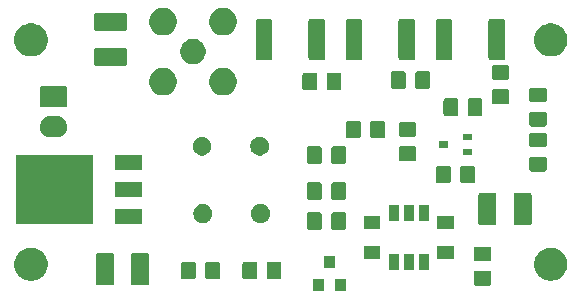
<source format=gbr>
G04 #@! TF.GenerationSoftware,KiCad,Pcbnew,(5.0.2)-1*
G04 #@! TF.CreationDate,2018-12-31T21:56:22+00:00*
G04 #@! TF.ProjectId,D75F_Board,44373546-5f42-46f6-9172-642e6b696361,rev?*
G04 #@! TF.SameCoordinates,Original*
G04 #@! TF.FileFunction,Soldermask,Top*
G04 #@! TF.FilePolarity,Negative*
%FSLAX46Y46*%
G04 Gerber Fmt 4.6, Leading zero omitted, Abs format (unit mm)*
G04 Created by KiCad (PCBNEW (5.0.2)-1) date 31/12/2018 21:56:22*
%MOMM*%
%LPD*%
G01*
G04 APERTURE LIST*
%ADD10C,0.100000*%
G04 APERTURE END LIST*
D10*
G36*
X145673000Y-98783000D02*
X144771000Y-98783000D01*
X144771000Y-97781000D01*
X145673000Y-97781000D01*
X145673000Y-98783000D01*
X145673000Y-98783000D01*
G37*
G36*
X143773000Y-98783000D02*
X142871000Y-98783000D01*
X142871000Y-97781000D01*
X143773000Y-97781000D01*
X143773000Y-98783000D01*
X143773000Y-98783000D01*
G37*
G36*
X157814677Y-97050465D02*
X157852364Y-97061898D01*
X157887103Y-97080466D01*
X157917548Y-97105452D01*
X157942534Y-97135897D01*
X157961102Y-97170636D01*
X157972535Y-97208323D01*
X157977000Y-97253661D01*
X157977000Y-98090339D01*
X157972535Y-98135677D01*
X157961102Y-98173364D01*
X157942534Y-98208103D01*
X157917548Y-98238548D01*
X157887103Y-98263534D01*
X157852364Y-98282102D01*
X157814677Y-98293535D01*
X157769339Y-98298000D01*
X156682661Y-98298000D01*
X156637323Y-98293535D01*
X156599636Y-98282102D01*
X156564897Y-98263534D01*
X156534452Y-98238548D01*
X156509466Y-98208103D01*
X156490898Y-98173364D01*
X156479465Y-98135677D01*
X156475000Y-98090339D01*
X156475000Y-97253661D01*
X156479465Y-97208323D01*
X156490898Y-97170636D01*
X156509466Y-97135897D01*
X156534452Y-97105452D01*
X156564897Y-97080466D01*
X156599636Y-97061898D01*
X156637323Y-97050465D01*
X156682661Y-97046000D01*
X157769339Y-97046000D01*
X157814677Y-97050465D01*
X157814677Y-97050465D01*
G37*
G36*
X128846562Y-95529181D02*
X128881477Y-95539773D01*
X128913665Y-95556978D01*
X128941873Y-95580127D01*
X128965022Y-95608335D01*
X128982227Y-95640523D01*
X128992819Y-95675438D01*
X128997000Y-95717895D01*
X128997000Y-98084105D01*
X128992819Y-98126562D01*
X128982227Y-98161477D01*
X128965022Y-98193665D01*
X128941873Y-98221873D01*
X128913665Y-98245022D01*
X128881477Y-98262227D01*
X128846562Y-98272819D01*
X128804105Y-98277000D01*
X127662895Y-98277000D01*
X127620438Y-98272819D01*
X127585523Y-98262227D01*
X127553335Y-98245022D01*
X127525127Y-98221873D01*
X127501978Y-98193665D01*
X127484773Y-98161477D01*
X127474181Y-98126562D01*
X127470000Y-98084105D01*
X127470000Y-95717895D01*
X127474181Y-95675438D01*
X127484773Y-95640523D01*
X127501978Y-95608335D01*
X127525127Y-95580127D01*
X127553335Y-95556978D01*
X127585523Y-95539773D01*
X127620438Y-95529181D01*
X127662895Y-95525000D01*
X128804105Y-95525000D01*
X128846562Y-95529181D01*
X128846562Y-95529181D01*
G37*
G36*
X125871562Y-95529181D02*
X125906477Y-95539773D01*
X125938665Y-95556978D01*
X125966873Y-95580127D01*
X125990022Y-95608335D01*
X126007227Y-95640523D01*
X126017819Y-95675438D01*
X126022000Y-95717895D01*
X126022000Y-98084105D01*
X126017819Y-98126562D01*
X126007227Y-98161477D01*
X125990022Y-98193665D01*
X125966873Y-98221873D01*
X125938665Y-98245022D01*
X125906477Y-98262227D01*
X125871562Y-98272819D01*
X125829105Y-98277000D01*
X124687895Y-98277000D01*
X124645438Y-98272819D01*
X124610523Y-98262227D01*
X124578335Y-98245022D01*
X124550127Y-98221873D01*
X124526978Y-98193665D01*
X124509773Y-98161477D01*
X124499181Y-98126562D01*
X124495000Y-98084105D01*
X124495000Y-95717895D01*
X124499181Y-95675438D01*
X124509773Y-95640523D01*
X124526978Y-95608335D01*
X124550127Y-95580127D01*
X124578335Y-95556978D01*
X124610523Y-95539773D01*
X124645438Y-95529181D01*
X124687895Y-95525000D01*
X125829105Y-95525000D01*
X125871562Y-95529181D01*
X125871562Y-95529181D01*
G37*
G36*
X163318433Y-95134893D02*
X163408657Y-95152839D01*
X163514267Y-95196585D01*
X163663621Y-95258449D01*
X163893089Y-95411774D01*
X164088226Y-95606911D01*
X164241551Y-95836379D01*
X164299312Y-95975827D01*
X164319681Y-96025000D01*
X164347161Y-96091344D01*
X164401000Y-96362012D01*
X164401000Y-96637988D01*
X164347161Y-96908656D01*
X164241551Y-97163621D01*
X164088226Y-97393089D01*
X163893089Y-97588226D01*
X163663621Y-97741551D01*
X163514267Y-97803415D01*
X163408657Y-97847161D01*
X163318433Y-97865107D01*
X163137988Y-97901000D01*
X162862012Y-97901000D01*
X162681567Y-97865107D01*
X162591343Y-97847161D01*
X162485733Y-97803415D01*
X162336379Y-97741551D01*
X162106911Y-97588226D01*
X161911774Y-97393089D01*
X161758449Y-97163621D01*
X161652839Y-96908656D01*
X161599000Y-96637988D01*
X161599000Y-96362012D01*
X161652839Y-96091344D01*
X161680320Y-96025000D01*
X161700688Y-95975827D01*
X161758449Y-95836379D01*
X161911774Y-95606911D01*
X162106911Y-95411774D01*
X162336379Y-95258449D01*
X162485733Y-95196585D01*
X162591343Y-95152839D01*
X162681567Y-95134893D01*
X162862012Y-95099000D01*
X163137988Y-95099000D01*
X163318433Y-95134893D01*
X163318433Y-95134893D01*
G37*
G36*
X119318433Y-95134893D02*
X119408657Y-95152839D01*
X119514267Y-95196585D01*
X119663621Y-95258449D01*
X119893089Y-95411774D01*
X120088226Y-95606911D01*
X120241551Y-95836379D01*
X120299312Y-95975827D01*
X120319681Y-96025000D01*
X120347161Y-96091344D01*
X120401000Y-96362012D01*
X120401000Y-96637988D01*
X120347161Y-96908656D01*
X120241551Y-97163621D01*
X120088226Y-97393089D01*
X119893089Y-97588226D01*
X119663621Y-97741551D01*
X119514267Y-97803415D01*
X119408657Y-97847161D01*
X119318433Y-97865107D01*
X119137988Y-97901000D01*
X118862012Y-97901000D01*
X118681567Y-97865107D01*
X118591343Y-97847161D01*
X118485733Y-97803415D01*
X118336379Y-97741551D01*
X118106911Y-97588226D01*
X117911774Y-97393089D01*
X117758449Y-97163621D01*
X117652839Y-96908656D01*
X117599000Y-96637988D01*
X117599000Y-96362012D01*
X117652839Y-96091344D01*
X117680320Y-96025000D01*
X117700688Y-95975827D01*
X117758449Y-95836379D01*
X117911774Y-95606911D01*
X118106911Y-95411774D01*
X118336379Y-95258449D01*
X118485733Y-95196585D01*
X118591343Y-95152839D01*
X118681567Y-95134893D01*
X118862012Y-95099000D01*
X119137988Y-95099000D01*
X119318433Y-95134893D01*
X119318433Y-95134893D01*
G37*
G36*
X137995677Y-96281465D02*
X138033364Y-96292898D01*
X138068103Y-96311466D01*
X138098548Y-96336452D01*
X138123534Y-96366897D01*
X138142102Y-96401636D01*
X138153535Y-96439323D01*
X138158000Y-96484661D01*
X138158000Y-97571339D01*
X138153535Y-97616677D01*
X138142102Y-97654364D01*
X138123534Y-97689103D01*
X138098548Y-97719548D01*
X138068103Y-97744534D01*
X138033364Y-97763102D01*
X137995677Y-97774535D01*
X137950339Y-97779000D01*
X137113661Y-97779000D01*
X137068323Y-97774535D01*
X137030636Y-97763102D01*
X136995897Y-97744534D01*
X136965452Y-97719548D01*
X136940466Y-97689103D01*
X136921898Y-97654364D01*
X136910465Y-97616677D01*
X136906000Y-97571339D01*
X136906000Y-96484661D01*
X136910465Y-96439323D01*
X136921898Y-96401636D01*
X136940466Y-96366897D01*
X136965452Y-96336452D01*
X136995897Y-96311466D01*
X137030636Y-96292898D01*
X137068323Y-96281465D01*
X137113661Y-96277000D01*
X137950339Y-96277000D01*
X137995677Y-96281465D01*
X137995677Y-96281465D01*
G37*
G36*
X140045677Y-96281465D02*
X140083364Y-96292898D01*
X140118103Y-96311466D01*
X140148548Y-96336452D01*
X140173534Y-96366897D01*
X140192102Y-96401636D01*
X140203535Y-96439323D01*
X140208000Y-96484661D01*
X140208000Y-97571339D01*
X140203535Y-97616677D01*
X140192102Y-97654364D01*
X140173534Y-97689103D01*
X140148548Y-97719548D01*
X140118103Y-97744534D01*
X140083364Y-97763102D01*
X140045677Y-97774535D01*
X140000339Y-97779000D01*
X139163661Y-97779000D01*
X139118323Y-97774535D01*
X139080636Y-97763102D01*
X139045897Y-97744534D01*
X139015452Y-97719548D01*
X138990466Y-97689103D01*
X138971898Y-97654364D01*
X138960465Y-97616677D01*
X138956000Y-97571339D01*
X138956000Y-96484661D01*
X138960465Y-96439323D01*
X138971898Y-96401636D01*
X138990466Y-96366897D01*
X139015452Y-96336452D01*
X139045897Y-96311466D01*
X139080636Y-96292898D01*
X139118323Y-96281465D01*
X139163661Y-96277000D01*
X140000339Y-96277000D01*
X140045677Y-96281465D01*
X140045677Y-96281465D01*
G37*
G36*
X134838677Y-96281465D02*
X134876364Y-96292898D01*
X134911103Y-96311466D01*
X134941548Y-96336452D01*
X134966534Y-96366897D01*
X134985102Y-96401636D01*
X134996535Y-96439323D01*
X135001000Y-96484661D01*
X135001000Y-97571339D01*
X134996535Y-97616677D01*
X134985102Y-97654364D01*
X134966534Y-97689103D01*
X134941548Y-97719548D01*
X134911103Y-97744534D01*
X134876364Y-97763102D01*
X134838677Y-97774535D01*
X134793339Y-97779000D01*
X133956661Y-97779000D01*
X133911323Y-97774535D01*
X133873636Y-97763102D01*
X133838897Y-97744534D01*
X133808452Y-97719548D01*
X133783466Y-97689103D01*
X133764898Y-97654364D01*
X133753465Y-97616677D01*
X133749000Y-97571339D01*
X133749000Y-96484661D01*
X133753465Y-96439323D01*
X133764898Y-96401636D01*
X133783466Y-96366897D01*
X133808452Y-96336452D01*
X133838897Y-96311466D01*
X133873636Y-96292898D01*
X133911323Y-96281465D01*
X133956661Y-96277000D01*
X134793339Y-96277000D01*
X134838677Y-96281465D01*
X134838677Y-96281465D01*
G37*
G36*
X132788677Y-96281465D02*
X132826364Y-96292898D01*
X132861103Y-96311466D01*
X132891548Y-96336452D01*
X132916534Y-96366897D01*
X132935102Y-96401636D01*
X132946535Y-96439323D01*
X132951000Y-96484661D01*
X132951000Y-97571339D01*
X132946535Y-97616677D01*
X132935102Y-97654364D01*
X132916534Y-97689103D01*
X132891548Y-97719548D01*
X132861103Y-97744534D01*
X132826364Y-97763102D01*
X132788677Y-97774535D01*
X132743339Y-97779000D01*
X131906661Y-97779000D01*
X131861323Y-97774535D01*
X131823636Y-97763102D01*
X131788897Y-97744534D01*
X131758452Y-97719548D01*
X131733466Y-97689103D01*
X131714898Y-97654364D01*
X131703465Y-97616677D01*
X131699000Y-97571339D01*
X131699000Y-96484661D01*
X131703465Y-96439323D01*
X131714898Y-96401636D01*
X131733466Y-96366897D01*
X131758452Y-96336452D01*
X131788897Y-96311466D01*
X131823636Y-96292898D01*
X131861323Y-96281465D01*
X131906661Y-96277000D01*
X132743339Y-96277000D01*
X132788677Y-96281465D01*
X132788677Y-96281465D01*
G37*
G36*
X150164000Y-97015000D02*
X149302000Y-97015000D01*
X149302000Y-95633000D01*
X150164000Y-95633000D01*
X150164000Y-97015000D01*
X150164000Y-97015000D01*
G37*
G36*
X151434000Y-97015000D02*
X150572000Y-97015000D01*
X150572000Y-95633000D01*
X151434000Y-95633000D01*
X151434000Y-97015000D01*
X151434000Y-97015000D01*
G37*
G36*
X152704000Y-97015000D02*
X151842000Y-97015000D01*
X151842000Y-95633000D01*
X152704000Y-95633000D01*
X152704000Y-97015000D01*
X152704000Y-97015000D01*
G37*
G36*
X144723000Y-96783000D02*
X143821000Y-96783000D01*
X143821000Y-95781000D01*
X144723000Y-95781000D01*
X144723000Y-96783000D01*
X144723000Y-96783000D01*
G37*
G36*
X157814677Y-95000465D02*
X157852364Y-95011898D01*
X157887103Y-95030466D01*
X157917548Y-95055452D01*
X157942534Y-95085897D01*
X157961102Y-95120636D01*
X157972535Y-95158323D01*
X157977000Y-95203661D01*
X157977000Y-96040339D01*
X157972535Y-96085677D01*
X157961102Y-96123364D01*
X157942534Y-96158103D01*
X157917548Y-96188548D01*
X157887103Y-96213534D01*
X157852364Y-96232102D01*
X157814677Y-96243535D01*
X157769339Y-96248000D01*
X156682661Y-96248000D01*
X156637323Y-96243535D01*
X156599636Y-96232102D01*
X156564897Y-96213534D01*
X156534452Y-96188548D01*
X156509466Y-96158103D01*
X156490898Y-96123364D01*
X156479465Y-96085677D01*
X156475000Y-96040339D01*
X156475000Y-95203661D01*
X156479465Y-95158323D01*
X156490898Y-95120636D01*
X156509466Y-95085897D01*
X156534452Y-95055452D01*
X156564897Y-95030466D01*
X156599636Y-95011898D01*
X156637323Y-95000465D01*
X156682661Y-94996000D01*
X157769339Y-94996000D01*
X157814677Y-95000465D01*
X157814677Y-95000465D01*
G37*
G36*
X154799000Y-96025000D02*
X153417000Y-96025000D01*
X153417000Y-94983000D01*
X154799000Y-94983000D01*
X154799000Y-96025000D01*
X154799000Y-96025000D01*
G37*
G36*
X148589000Y-96025000D02*
X147207000Y-96025000D01*
X147207000Y-94983000D01*
X148589000Y-94983000D01*
X148589000Y-96025000D01*
X148589000Y-96025000D01*
G37*
G36*
X145506677Y-92090465D02*
X145544364Y-92101898D01*
X145579103Y-92120466D01*
X145609548Y-92145452D01*
X145634534Y-92175897D01*
X145653102Y-92210636D01*
X145664535Y-92248323D01*
X145669000Y-92293661D01*
X145669000Y-93380339D01*
X145664535Y-93425677D01*
X145653102Y-93463364D01*
X145634534Y-93498103D01*
X145609548Y-93528548D01*
X145579103Y-93553534D01*
X145544364Y-93572102D01*
X145506677Y-93583535D01*
X145461339Y-93588000D01*
X144624661Y-93588000D01*
X144579323Y-93583535D01*
X144541636Y-93572102D01*
X144506897Y-93553534D01*
X144476452Y-93528548D01*
X144451466Y-93498103D01*
X144432898Y-93463364D01*
X144421465Y-93425677D01*
X144417000Y-93380339D01*
X144417000Y-92293661D01*
X144421465Y-92248323D01*
X144432898Y-92210636D01*
X144451466Y-92175897D01*
X144476452Y-92145452D01*
X144506897Y-92120466D01*
X144541636Y-92101898D01*
X144579323Y-92090465D01*
X144624661Y-92086000D01*
X145461339Y-92086000D01*
X145506677Y-92090465D01*
X145506677Y-92090465D01*
G37*
G36*
X143456677Y-92090465D02*
X143494364Y-92101898D01*
X143529103Y-92120466D01*
X143559548Y-92145452D01*
X143584534Y-92175897D01*
X143603102Y-92210636D01*
X143614535Y-92248323D01*
X143619000Y-92293661D01*
X143619000Y-93380339D01*
X143614535Y-93425677D01*
X143603102Y-93463364D01*
X143584534Y-93498103D01*
X143559548Y-93528548D01*
X143529103Y-93553534D01*
X143494364Y-93572102D01*
X143456677Y-93583535D01*
X143411339Y-93588000D01*
X142574661Y-93588000D01*
X142529323Y-93583535D01*
X142491636Y-93572102D01*
X142456897Y-93553534D01*
X142426452Y-93528548D01*
X142401466Y-93498103D01*
X142382898Y-93463364D01*
X142371465Y-93425677D01*
X142367000Y-93380339D01*
X142367000Y-92293661D01*
X142371465Y-92248323D01*
X142382898Y-92210636D01*
X142401466Y-92175897D01*
X142426452Y-92145452D01*
X142456897Y-92120466D01*
X142491636Y-92101898D01*
X142529323Y-92090465D01*
X142574661Y-92086000D01*
X143411339Y-92086000D01*
X143456677Y-92090465D01*
X143456677Y-92090465D01*
G37*
G36*
X148589000Y-93485000D02*
X147207000Y-93485000D01*
X147207000Y-92443000D01*
X148589000Y-92443000D01*
X148589000Y-93485000D01*
X148589000Y-93485000D01*
G37*
G36*
X154799000Y-93485000D02*
X153417000Y-93485000D01*
X153417000Y-92443000D01*
X154799000Y-92443000D01*
X154799000Y-93485000D01*
X154799000Y-93485000D01*
G37*
G36*
X158256562Y-90449181D02*
X158291477Y-90459773D01*
X158323665Y-90476978D01*
X158351873Y-90500127D01*
X158375022Y-90528335D01*
X158392227Y-90560523D01*
X158402819Y-90595438D01*
X158407000Y-90637895D01*
X158407000Y-93004105D01*
X158402819Y-93046562D01*
X158392227Y-93081477D01*
X158375022Y-93113665D01*
X158351873Y-93141873D01*
X158323665Y-93165022D01*
X158291477Y-93182227D01*
X158256562Y-93192819D01*
X158214105Y-93197000D01*
X157072895Y-93197000D01*
X157030438Y-93192819D01*
X156995523Y-93182227D01*
X156963335Y-93165022D01*
X156935127Y-93141873D01*
X156911978Y-93113665D01*
X156894773Y-93081477D01*
X156884181Y-93046562D01*
X156880000Y-93004105D01*
X156880000Y-90637895D01*
X156884181Y-90595438D01*
X156894773Y-90560523D01*
X156911978Y-90528335D01*
X156935127Y-90500127D01*
X156963335Y-90476978D01*
X156995523Y-90459773D01*
X157030438Y-90449181D01*
X157072895Y-90445000D01*
X158214105Y-90445000D01*
X158256562Y-90449181D01*
X158256562Y-90449181D01*
G37*
G36*
X161231562Y-90449181D02*
X161266477Y-90459773D01*
X161298665Y-90476978D01*
X161326873Y-90500127D01*
X161350022Y-90528335D01*
X161367227Y-90560523D01*
X161377819Y-90595438D01*
X161382000Y-90637895D01*
X161382000Y-93004105D01*
X161377819Y-93046562D01*
X161367227Y-93081477D01*
X161350022Y-93113665D01*
X161326873Y-93141873D01*
X161298665Y-93165022D01*
X161266477Y-93182227D01*
X161231562Y-93192819D01*
X161189105Y-93197000D01*
X160047895Y-93197000D01*
X160005438Y-93192819D01*
X159970523Y-93182227D01*
X159938335Y-93165022D01*
X159910127Y-93141873D01*
X159886978Y-93113665D01*
X159869773Y-93081477D01*
X159859181Y-93046562D01*
X159855000Y-93004105D01*
X159855000Y-90637895D01*
X159859181Y-90595438D01*
X159869773Y-90560523D01*
X159886978Y-90528335D01*
X159910127Y-90500127D01*
X159938335Y-90476978D01*
X159970523Y-90459773D01*
X160005438Y-90449181D01*
X160047895Y-90445000D01*
X161189105Y-90445000D01*
X161231562Y-90449181D01*
X161231562Y-90449181D01*
G37*
G36*
X124214000Y-93121000D02*
X117712000Y-93121000D01*
X117712000Y-87219000D01*
X124214000Y-87219000D01*
X124214000Y-93121000D01*
X124214000Y-93121000D01*
G37*
G36*
X128414000Y-93101000D02*
X126112000Y-93101000D01*
X126112000Y-91799000D01*
X128414000Y-91799000D01*
X128414000Y-93101000D01*
X128414000Y-93101000D01*
G37*
G36*
X133783643Y-91431781D02*
X133929415Y-91492162D01*
X134060611Y-91579824D01*
X134172176Y-91691389D01*
X134259838Y-91822585D01*
X134320219Y-91968357D01*
X134351000Y-92123107D01*
X134351000Y-92280893D01*
X134320219Y-92435643D01*
X134259838Y-92581415D01*
X134172176Y-92712611D01*
X134060611Y-92824176D01*
X133929415Y-92911838D01*
X133783643Y-92972219D01*
X133628893Y-93003000D01*
X133471107Y-93003000D01*
X133316357Y-92972219D01*
X133170585Y-92911838D01*
X133039389Y-92824176D01*
X132927824Y-92712611D01*
X132840162Y-92581415D01*
X132779781Y-92435643D01*
X132749000Y-92280893D01*
X132749000Y-92123107D01*
X132779781Y-91968357D01*
X132840162Y-91822585D01*
X132927824Y-91691389D01*
X133039389Y-91579824D01*
X133170585Y-91492162D01*
X133316357Y-91431781D01*
X133471107Y-91401000D01*
X133628893Y-91401000D01*
X133783643Y-91431781D01*
X133783643Y-91431781D01*
G37*
G36*
X138663643Y-91431781D02*
X138809415Y-91492162D01*
X138940611Y-91579824D01*
X139052176Y-91691389D01*
X139139838Y-91822585D01*
X139200219Y-91968357D01*
X139231000Y-92123107D01*
X139231000Y-92280893D01*
X139200219Y-92435643D01*
X139139838Y-92581415D01*
X139052176Y-92712611D01*
X138940611Y-92824176D01*
X138809415Y-92911838D01*
X138663643Y-92972219D01*
X138508893Y-93003000D01*
X138351107Y-93003000D01*
X138196357Y-92972219D01*
X138050585Y-92911838D01*
X137919389Y-92824176D01*
X137807824Y-92712611D01*
X137720162Y-92581415D01*
X137659781Y-92435643D01*
X137629000Y-92280893D01*
X137629000Y-92123107D01*
X137659781Y-91968357D01*
X137720162Y-91822585D01*
X137807824Y-91691389D01*
X137919389Y-91579824D01*
X138050585Y-91492162D01*
X138196357Y-91431781D01*
X138351107Y-91401000D01*
X138508893Y-91401000D01*
X138663643Y-91431781D01*
X138663643Y-91431781D01*
G37*
G36*
X151434000Y-92835000D02*
X150572000Y-92835000D01*
X150572000Y-91453000D01*
X151434000Y-91453000D01*
X151434000Y-92835000D01*
X151434000Y-92835000D01*
G37*
G36*
X152704000Y-92835000D02*
X151842000Y-92835000D01*
X151842000Y-91453000D01*
X152704000Y-91453000D01*
X152704000Y-92835000D01*
X152704000Y-92835000D01*
G37*
G36*
X150164000Y-92835000D02*
X149302000Y-92835000D01*
X149302000Y-91453000D01*
X150164000Y-91453000D01*
X150164000Y-92835000D01*
X150164000Y-92835000D01*
G37*
G36*
X143456677Y-89550465D02*
X143494364Y-89561898D01*
X143529103Y-89580466D01*
X143559548Y-89605452D01*
X143584534Y-89635897D01*
X143603102Y-89670636D01*
X143614535Y-89708323D01*
X143619000Y-89753661D01*
X143619000Y-90840339D01*
X143614535Y-90885677D01*
X143603102Y-90923364D01*
X143584534Y-90958103D01*
X143559548Y-90988548D01*
X143529103Y-91013534D01*
X143494364Y-91032102D01*
X143456677Y-91043535D01*
X143411339Y-91048000D01*
X142574661Y-91048000D01*
X142529323Y-91043535D01*
X142491636Y-91032102D01*
X142456897Y-91013534D01*
X142426452Y-90988548D01*
X142401466Y-90958103D01*
X142382898Y-90923364D01*
X142371465Y-90885677D01*
X142367000Y-90840339D01*
X142367000Y-89753661D01*
X142371465Y-89708323D01*
X142382898Y-89670636D01*
X142401466Y-89635897D01*
X142426452Y-89605452D01*
X142456897Y-89580466D01*
X142491636Y-89561898D01*
X142529323Y-89550465D01*
X142574661Y-89546000D01*
X143411339Y-89546000D01*
X143456677Y-89550465D01*
X143456677Y-89550465D01*
G37*
G36*
X145506677Y-89550465D02*
X145544364Y-89561898D01*
X145579103Y-89580466D01*
X145609548Y-89605452D01*
X145634534Y-89635897D01*
X145653102Y-89670636D01*
X145664535Y-89708323D01*
X145669000Y-89753661D01*
X145669000Y-90840339D01*
X145664535Y-90885677D01*
X145653102Y-90923364D01*
X145634534Y-90958103D01*
X145609548Y-90988548D01*
X145579103Y-91013534D01*
X145544364Y-91032102D01*
X145506677Y-91043535D01*
X145461339Y-91048000D01*
X144624661Y-91048000D01*
X144579323Y-91043535D01*
X144541636Y-91032102D01*
X144506897Y-91013534D01*
X144476452Y-90988548D01*
X144451466Y-90958103D01*
X144432898Y-90923364D01*
X144421465Y-90885677D01*
X144417000Y-90840339D01*
X144417000Y-89753661D01*
X144421465Y-89708323D01*
X144432898Y-89670636D01*
X144451466Y-89635897D01*
X144476452Y-89605452D01*
X144506897Y-89580466D01*
X144541636Y-89561898D01*
X144579323Y-89550465D01*
X144624661Y-89546000D01*
X145461339Y-89546000D01*
X145506677Y-89550465D01*
X145506677Y-89550465D01*
G37*
G36*
X128414000Y-90821000D02*
X126112000Y-90821000D01*
X126112000Y-89519000D01*
X128414000Y-89519000D01*
X128414000Y-90821000D01*
X128414000Y-90821000D01*
G37*
G36*
X154378677Y-88153465D02*
X154416364Y-88164898D01*
X154451103Y-88183466D01*
X154481548Y-88208452D01*
X154506534Y-88238897D01*
X154525102Y-88273636D01*
X154536535Y-88311323D01*
X154541000Y-88356661D01*
X154541000Y-89443339D01*
X154536535Y-89488677D01*
X154525102Y-89526364D01*
X154506534Y-89561103D01*
X154481548Y-89591548D01*
X154451103Y-89616534D01*
X154416364Y-89635102D01*
X154378677Y-89646535D01*
X154333339Y-89651000D01*
X153496661Y-89651000D01*
X153451323Y-89646535D01*
X153413636Y-89635102D01*
X153378897Y-89616534D01*
X153348452Y-89591548D01*
X153323466Y-89561103D01*
X153304898Y-89526364D01*
X153293465Y-89488677D01*
X153289000Y-89443339D01*
X153289000Y-88356661D01*
X153293465Y-88311323D01*
X153304898Y-88273636D01*
X153323466Y-88238897D01*
X153348452Y-88208452D01*
X153378897Y-88183466D01*
X153413636Y-88164898D01*
X153451323Y-88153465D01*
X153496661Y-88149000D01*
X154333339Y-88149000D01*
X154378677Y-88153465D01*
X154378677Y-88153465D01*
G37*
G36*
X156428677Y-88153465D02*
X156466364Y-88164898D01*
X156501103Y-88183466D01*
X156531548Y-88208452D01*
X156556534Y-88238897D01*
X156575102Y-88273636D01*
X156586535Y-88311323D01*
X156591000Y-88356661D01*
X156591000Y-89443339D01*
X156586535Y-89488677D01*
X156575102Y-89526364D01*
X156556534Y-89561103D01*
X156531548Y-89591548D01*
X156501103Y-89616534D01*
X156466364Y-89635102D01*
X156428677Y-89646535D01*
X156383339Y-89651000D01*
X155546661Y-89651000D01*
X155501323Y-89646535D01*
X155463636Y-89635102D01*
X155428897Y-89616534D01*
X155398452Y-89591548D01*
X155373466Y-89561103D01*
X155354898Y-89526364D01*
X155343465Y-89488677D01*
X155339000Y-89443339D01*
X155339000Y-88356661D01*
X155343465Y-88311323D01*
X155354898Y-88273636D01*
X155373466Y-88238897D01*
X155398452Y-88208452D01*
X155428897Y-88183466D01*
X155463636Y-88164898D01*
X155501323Y-88153465D01*
X155546661Y-88149000D01*
X156383339Y-88149000D01*
X156428677Y-88153465D01*
X156428677Y-88153465D01*
G37*
G36*
X162513677Y-87398465D02*
X162551364Y-87409898D01*
X162586103Y-87428466D01*
X162616548Y-87453452D01*
X162641534Y-87483897D01*
X162660102Y-87518636D01*
X162671535Y-87556323D01*
X162676000Y-87601661D01*
X162676000Y-88438339D01*
X162671535Y-88483677D01*
X162660102Y-88521364D01*
X162641534Y-88556103D01*
X162616548Y-88586548D01*
X162586103Y-88611534D01*
X162551364Y-88630102D01*
X162513677Y-88641535D01*
X162468339Y-88646000D01*
X161381661Y-88646000D01*
X161336323Y-88641535D01*
X161298636Y-88630102D01*
X161263897Y-88611534D01*
X161233452Y-88586548D01*
X161208466Y-88556103D01*
X161189898Y-88521364D01*
X161178465Y-88483677D01*
X161174000Y-88438339D01*
X161174000Y-87601661D01*
X161178465Y-87556323D01*
X161189898Y-87518636D01*
X161208466Y-87483897D01*
X161233452Y-87453452D01*
X161263897Y-87428466D01*
X161298636Y-87409898D01*
X161336323Y-87398465D01*
X161381661Y-87394000D01*
X162468339Y-87394000D01*
X162513677Y-87398465D01*
X162513677Y-87398465D01*
G37*
G36*
X128414000Y-88541000D02*
X126112000Y-88541000D01*
X126112000Y-87239000D01*
X128414000Y-87239000D01*
X128414000Y-88541000D01*
X128414000Y-88541000D01*
G37*
G36*
X145506677Y-86502465D02*
X145544364Y-86513898D01*
X145579103Y-86532466D01*
X145609548Y-86557452D01*
X145634534Y-86587897D01*
X145653102Y-86622636D01*
X145664535Y-86660323D01*
X145669000Y-86705661D01*
X145669000Y-87792339D01*
X145664535Y-87837677D01*
X145653102Y-87875364D01*
X145634534Y-87910103D01*
X145609548Y-87940548D01*
X145579103Y-87965534D01*
X145544364Y-87984102D01*
X145506677Y-87995535D01*
X145461339Y-88000000D01*
X144624661Y-88000000D01*
X144579323Y-87995535D01*
X144541636Y-87984102D01*
X144506897Y-87965534D01*
X144476452Y-87940548D01*
X144451466Y-87910103D01*
X144432898Y-87875364D01*
X144421465Y-87837677D01*
X144417000Y-87792339D01*
X144417000Y-86705661D01*
X144421465Y-86660323D01*
X144432898Y-86622636D01*
X144451466Y-86587897D01*
X144476452Y-86557452D01*
X144506897Y-86532466D01*
X144541636Y-86513898D01*
X144579323Y-86502465D01*
X144624661Y-86498000D01*
X145461339Y-86498000D01*
X145506677Y-86502465D01*
X145506677Y-86502465D01*
G37*
G36*
X143456677Y-86502465D02*
X143494364Y-86513898D01*
X143529103Y-86532466D01*
X143559548Y-86557452D01*
X143584534Y-86587897D01*
X143603102Y-86622636D01*
X143614535Y-86660323D01*
X143619000Y-86705661D01*
X143619000Y-87792339D01*
X143614535Y-87837677D01*
X143603102Y-87875364D01*
X143584534Y-87910103D01*
X143559548Y-87940548D01*
X143529103Y-87965534D01*
X143494364Y-87984102D01*
X143456677Y-87995535D01*
X143411339Y-88000000D01*
X142574661Y-88000000D01*
X142529323Y-87995535D01*
X142491636Y-87984102D01*
X142456897Y-87965534D01*
X142426452Y-87940548D01*
X142401466Y-87910103D01*
X142382898Y-87875364D01*
X142371465Y-87837677D01*
X142367000Y-87792339D01*
X142367000Y-86705661D01*
X142371465Y-86660323D01*
X142382898Y-86622636D01*
X142401466Y-86587897D01*
X142426452Y-86557452D01*
X142456897Y-86532466D01*
X142491636Y-86513898D01*
X142529323Y-86502465D01*
X142574661Y-86498000D01*
X143411339Y-86498000D01*
X143456677Y-86502465D01*
X143456677Y-86502465D01*
G37*
G36*
X151464677Y-86509465D02*
X151502364Y-86520898D01*
X151537103Y-86539466D01*
X151567548Y-86564452D01*
X151592534Y-86594897D01*
X151611102Y-86629636D01*
X151622535Y-86667323D01*
X151627000Y-86712661D01*
X151627000Y-87549339D01*
X151622535Y-87594677D01*
X151611102Y-87632364D01*
X151592534Y-87667103D01*
X151567548Y-87697548D01*
X151537103Y-87722534D01*
X151502364Y-87741102D01*
X151464677Y-87752535D01*
X151419339Y-87757000D01*
X150332661Y-87757000D01*
X150287323Y-87752535D01*
X150249636Y-87741102D01*
X150214897Y-87722534D01*
X150184452Y-87697548D01*
X150159466Y-87667103D01*
X150140898Y-87632364D01*
X150129465Y-87594677D01*
X150125000Y-87549339D01*
X150125000Y-86712661D01*
X150129465Y-86667323D01*
X150140898Y-86629636D01*
X150159466Y-86594897D01*
X150184452Y-86564452D01*
X150214897Y-86539466D01*
X150249636Y-86520898D01*
X150287323Y-86509465D01*
X150332661Y-86505000D01*
X151419339Y-86505000D01*
X151464677Y-86509465D01*
X151464677Y-86509465D01*
G37*
G36*
X138590643Y-85716781D02*
X138736415Y-85777162D01*
X138867611Y-85864824D01*
X138979176Y-85976389D01*
X139066838Y-86107585D01*
X139127219Y-86253357D01*
X139158000Y-86408107D01*
X139158000Y-86565893D01*
X139127219Y-86720643D01*
X139066838Y-86866415D01*
X138979176Y-86997611D01*
X138867611Y-87109176D01*
X138736415Y-87196838D01*
X138590643Y-87257219D01*
X138435893Y-87288000D01*
X138278107Y-87288000D01*
X138123357Y-87257219D01*
X137977585Y-87196838D01*
X137846389Y-87109176D01*
X137734824Y-86997611D01*
X137647162Y-86866415D01*
X137586781Y-86720643D01*
X137556000Y-86565893D01*
X137556000Y-86408107D01*
X137586781Y-86253357D01*
X137647162Y-86107585D01*
X137734824Y-85976389D01*
X137846389Y-85864824D01*
X137977585Y-85777162D01*
X138123357Y-85716781D01*
X138278107Y-85686000D01*
X138435893Y-85686000D01*
X138590643Y-85716781D01*
X138590643Y-85716781D01*
G37*
G36*
X133710643Y-85716781D02*
X133856415Y-85777162D01*
X133987611Y-85864824D01*
X134099176Y-85976389D01*
X134186838Y-86107585D01*
X134247219Y-86253357D01*
X134278000Y-86408107D01*
X134278000Y-86565893D01*
X134247219Y-86720643D01*
X134186838Y-86866415D01*
X134099176Y-86997611D01*
X133987611Y-87109176D01*
X133856415Y-87196838D01*
X133710643Y-87257219D01*
X133555893Y-87288000D01*
X133398107Y-87288000D01*
X133243357Y-87257219D01*
X133097585Y-87196838D01*
X132966389Y-87109176D01*
X132854824Y-86997611D01*
X132767162Y-86866415D01*
X132706781Y-86720643D01*
X132676000Y-86565893D01*
X132676000Y-86408107D01*
X132706781Y-86253357D01*
X132767162Y-86107585D01*
X132854824Y-85976389D01*
X132966389Y-85864824D01*
X133097585Y-85777162D01*
X133243357Y-85716781D01*
X133398107Y-85686000D01*
X133555893Y-85686000D01*
X133710643Y-85716781D01*
X133710643Y-85716781D01*
G37*
G36*
X156341000Y-87286000D02*
X155539000Y-87286000D01*
X155539000Y-86734000D01*
X156341000Y-86734000D01*
X156341000Y-87286000D01*
X156341000Y-87286000D01*
G37*
G36*
X154341000Y-86636000D02*
X153539000Y-86636000D01*
X153539000Y-86084000D01*
X154341000Y-86084000D01*
X154341000Y-86636000D01*
X154341000Y-86636000D01*
G37*
G36*
X162513677Y-85348465D02*
X162551364Y-85359898D01*
X162586103Y-85378466D01*
X162616548Y-85403452D01*
X162641534Y-85433897D01*
X162660102Y-85468636D01*
X162671535Y-85506323D01*
X162676000Y-85551661D01*
X162676000Y-86388339D01*
X162671535Y-86433677D01*
X162660102Y-86471364D01*
X162641534Y-86506103D01*
X162616548Y-86536548D01*
X162586103Y-86561534D01*
X162551364Y-86580102D01*
X162513677Y-86591535D01*
X162468339Y-86596000D01*
X161381661Y-86596000D01*
X161336323Y-86591535D01*
X161298636Y-86580102D01*
X161263897Y-86561534D01*
X161233452Y-86536548D01*
X161208466Y-86506103D01*
X161189898Y-86471364D01*
X161178465Y-86433677D01*
X161174000Y-86388339D01*
X161174000Y-85551661D01*
X161178465Y-85506323D01*
X161189898Y-85468636D01*
X161208466Y-85433897D01*
X161233452Y-85403452D01*
X161263897Y-85378466D01*
X161298636Y-85359898D01*
X161336323Y-85348465D01*
X161381661Y-85344000D01*
X162468339Y-85344000D01*
X162513677Y-85348465D01*
X162513677Y-85348465D01*
G37*
G36*
X156341000Y-85986000D02*
X155539000Y-85986000D01*
X155539000Y-85434000D01*
X156341000Y-85434000D01*
X156341000Y-85986000D01*
X156341000Y-85986000D01*
G37*
G36*
X146758677Y-84343465D02*
X146796364Y-84354898D01*
X146831103Y-84373466D01*
X146861548Y-84398452D01*
X146886534Y-84428897D01*
X146905102Y-84463636D01*
X146916535Y-84501323D01*
X146921000Y-84546661D01*
X146921000Y-85633339D01*
X146916535Y-85678677D01*
X146905102Y-85716364D01*
X146886534Y-85751103D01*
X146861548Y-85781548D01*
X146831103Y-85806534D01*
X146796364Y-85825102D01*
X146758677Y-85836535D01*
X146713339Y-85841000D01*
X145876661Y-85841000D01*
X145831323Y-85836535D01*
X145793636Y-85825102D01*
X145758897Y-85806534D01*
X145728452Y-85781548D01*
X145703466Y-85751103D01*
X145684898Y-85716364D01*
X145673465Y-85678677D01*
X145669000Y-85633339D01*
X145669000Y-84546661D01*
X145673465Y-84501323D01*
X145684898Y-84463636D01*
X145703466Y-84428897D01*
X145728452Y-84398452D01*
X145758897Y-84373466D01*
X145793636Y-84354898D01*
X145831323Y-84343465D01*
X145876661Y-84339000D01*
X146713339Y-84339000D01*
X146758677Y-84343465D01*
X146758677Y-84343465D01*
G37*
G36*
X148808677Y-84343465D02*
X148846364Y-84354898D01*
X148881103Y-84373466D01*
X148911548Y-84398452D01*
X148936534Y-84428897D01*
X148955102Y-84463636D01*
X148966535Y-84501323D01*
X148971000Y-84546661D01*
X148971000Y-85633339D01*
X148966535Y-85678677D01*
X148955102Y-85716364D01*
X148936534Y-85751103D01*
X148911548Y-85781548D01*
X148881103Y-85806534D01*
X148846364Y-85825102D01*
X148808677Y-85836535D01*
X148763339Y-85841000D01*
X147926661Y-85841000D01*
X147881323Y-85836535D01*
X147843636Y-85825102D01*
X147808897Y-85806534D01*
X147778452Y-85781548D01*
X147753466Y-85751103D01*
X147734898Y-85716364D01*
X147723465Y-85678677D01*
X147719000Y-85633339D01*
X147719000Y-84546661D01*
X147723465Y-84501323D01*
X147734898Y-84463636D01*
X147753466Y-84428897D01*
X147778452Y-84398452D01*
X147808897Y-84373466D01*
X147843636Y-84354898D01*
X147881323Y-84343465D01*
X147926661Y-84339000D01*
X148763339Y-84339000D01*
X148808677Y-84343465D01*
X148808677Y-84343465D01*
G37*
G36*
X121224345Y-83919442D02*
X121314548Y-83928326D01*
X121430287Y-83963435D01*
X121488158Y-83980990D01*
X121573679Y-84026702D01*
X121648156Y-84066511D01*
X121788396Y-84181604D01*
X121903489Y-84321844D01*
X121923733Y-84359718D01*
X121989010Y-84481842D01*
X121998902Y-84514452D01*
X122041674Y-84655452D01*
X122059456Y-84836000D01*
X122041674Y-85016548D01*
X122006565Y-85132287D01*
X121989010Y-85190158D01*
X121943298Y-85275679D01*
X121903489Y-85350156D01*
X121788396Y-85490396D01*
X121648156Y-85605489D01*
X121617406Y-85621925D01*
X121488158Y-85691010D01*
X121435445Y-85707000D01*
X121314548Y-85743674D01*
X121224345Y-85752558D01*
X121179245Y-85757000D01*
X120628755Y-85757000D01*
X120583655Y-85752558D01*
X120493452Y-85743674D01*
X120372555Y-85707000D01*
X120319842Y-85691010D01*
X120190594Y-85621925D01*
X120159844Y-85605489D01*
X120019604Y-85490396D01*
X119904511Y-85350156D01*
X119864702Y-85275679D01*
X119818990Y-85190158D01*
X119801435Y-85132287D01*
X119766326Y-85016548D01*
X119748544Y-84836000D01*
X119766326Y-84655452D01*
X119809098Y-84514452D01*
X119818990Y-84481842D01*
X119884267Y-84359718D01*
X119904511Y-84321844D01*
X120019604Y-84181604D01*
X120159844Y-84066511D01*
X120234321Y-84026702D01*
X120319842Y-83980990D01*
X120377713Y-83963435D01*
X120493452Y-83928326D01*
X120583655Y-83919442D01*
X120628755Y-83915000D01*
X121179245Y-83915000D01*
X121224345Y-83919442D01*
X121224345Y-83919442D01*
G37*
G36*
X151464677Y-84459465D02*
X151502364Y-84470898D01*
X151537103Y-84489466D01*
X151567548Y-84514452D01*
X151592534Y-84544897D01*
X151611102Y-84579636D01*
X151622535Y-84617323D01*
X151627000Y-84662661D01*
X151627000Y-85499339D01*
X151622535Y-85544677D01*
X151611102Y-85582364D01*
X151592534Y-85617103D01*
X151567548Y-85647548D01*
X151537103Y-85672534D01*
X151502364Y-85691102D01*
X151464677Y-85702535D01*
X151419339Y-85707000D01*
X150332661Y-85707000D01*
X150287323Y-85702535D01*
X150249636Y-85691102D01*
X150214897Y-85672534D01*
X150184452Y-85647548D01*
X150159466Y-85617103D01*
X150140898Y-85582364D01*
X150129465Y-85544677D01*
X150125000Y-85499339D01*
X150125000Y-84662661D01*
X150129465Y-84617323D01*
X150140898Y-84579636D01*
X150159466Y-84544897D01*
X150184452Y-84514452D01*
X150214897Y-84489466D01*
X150249636Y-84470898D01*
X150287323Y-84459465D01*
X150332661Y-84455000D01*
X151419339Y-84455000D01*
X151464677Y-84459465D01*
X151464677Y-84459465D01*
G37*
G36*
X162513677Y-83588465D02*
X162551364Y-83599898D01*
X162586103Y-83618466D01*
X162616548Y-83643452D01*
X162641534Y-83673897D01*
X162660102Y-83708636D01*
X162671535Y-83746323D01*
X162676000Y-83791661D01*
X162676000Y-84628339D01*
X162671535Y-84673677D01*
X162660102Y-84711364D01*
X162641534Y-84746103D01*
X162616548Y-84776548D01*
X162586103Y-84801534D01*
X162551364Y-84820102D01*
X162513677Y-84831535D01*
X162468339Y-84836000D01*
X161381661Y-84836000D01*
X161336323Y-84831535D01*
X161298636Y-84820102D01*
X161263897Y-84801534D01*
X161233452Y-84776548D01*
X161208466Y-84746103D01*
X161189898Y-84711364D01*
X161178465Y-84673677D01*
X161174000Y-84628339D01*
X161174000Y-83791661D01*
X161178465Y-83746323D01*
X161189898Y-83708636D01*
X161208466Y-83673897D01*
X161233452Y-83643452D01*
X161263897Y-83618466D01*
X161298636Y-83599898D01*
X161336323Y-83588465D01*
X161381661Y-83584000D01*
X162468339Y-83584000D01*
X162513677Y-83588465D01*
X162513677Y-83588465D01*
G37*
G36*
X157063677Y-82438465D02*
X157101364Y-82449898D01*
X157136103Y-82468466D01*
X157166548Y-82493452D01*
X157191534Y-82523897D01*
X157210102Y-82558636D01*
X157221535Y-82596323D01*
X157226000Y-82641661D01*
X157226000Y-83728339D01*
X157221535Y-83773677D01*
X157210102Y-83811364D01*
X157191534Y-83846103D01*
X157166548Y-83876548D01*
X157136103Y-83901534D01*
X157101364Y-83920102D01*
X157063677Y-83931535D01*
X157018339Y-83936000D01*
X156181661Y-83936000D01*
X156136323Y-83931535D01*
X156098636Y-83920102D01*
X156063897Y-83901534D01*
X156033452Y-83876548D01*
X156008466Y-83846103D01*
X155989898Y-83811364D01*
X155978465Y-83773677D01*
X155974000Y-83728339D01*
X155974000Y-82641661D01*
X155978465Y-82596323D01*
X155989898Y-82558636D01*
X156008466Y-82523897D01*
X156033452Y-82493452D01*
X156063897Y-82468466D01*
X156098636Y-82449898D01*
X156136323Y-82438465D01*
X156181661Y-82434000D01*
X157018339Y-82434000D01*
X157063677Y-82438465D01*
X157063677Y-82438465D01*
G37*
G36*
X155013677Y-82438465D02*
X155051364Y-82449898D01*
X155086103Y-82468466D01*
X155116548Y-82493452D01*
X155141534Y-82523897D01*
X155160102Y-82558636D01*
X155171535Y-82596323D01*
X155176000Y-82641661D01*
X155176000Y-83728339D01*
X155171535Y-83773677D01*
X155160102Y-83811364D01*
X155141534Y-83846103D01*
X155116548Y-83876548D01*
X155086103Y-83901534D01*
X155051364Y-83920102D01*
X155013677Y-83931535D01*
X154968339Y-83936000D01*
X154131661Y-83936000D01*
X154086323Y-83931535D01*
X154048636Y-83920102D01*
X154013897Y-83901534D01*
X153983452Y-83876548D01*
X153958466Y-83846103D01*
X153939898Y-83811364D01*
X153928465Y-83773677D01*
X153924000Y-83728339D01*
X153924000Y-82641661D01*
X153928465Y-82596323D01*
X153939898Y-82558636D01*
X153958466Y-82523897D01*
X153983452Y-82493452D01*
X154013897Y-82468466D01*
X154048636Y-82449898D01*
X154086323Y-82438465D01*
X154131661Y-82434000D01*
X154968339Y-82434000D01*
X155013677Y-82438465D01*
X155013677Y-82438465D01*
G37*
G36*
X121913560Y-81378966D02*
X121946383Y-81388923D01*
X121976632Y-81405092D01*
X122003148Y-81426852D01*
X122024908Y-81453368D01*
X122041077Y-81483617D01*
X122051034Y-81516440D01*
X122055000Y-81556712D01*
X122055000Y-83035288D01*
X122051034Y-83075560D01*
X122041077Y-83108383D01*
X122024908Y-83138632D01*
X122003148Y-83165148D01*
X121976632Y-83186908D01*
X121946383Y-83203077D01*
X121913560Y-83213034D01*
X121873288Y-83217000D01*
X119934712Y-83217000D01*
X119894440Y-83213034D01*
X119861617Y-83203077D01*
X119831368Y-83186908D01*
X119804852Y-83165148D01*
X119783092Y-83138632D01*
X119766923Y-83108383D01*
X119756966Y-83075560D01*
X119753000Y-83035288D01*
X119753000Y-81556712D01*
X119756966Y-81516440D01*
X119766923Y-81483617D01*
X119783092Y-81453368D01*
X119804852Y-81426852D01*
X119831368Y-81405092D01*
X119861617Y-81388923D01*
X119894440Y-81378966D01*
X119934712Y-81375000D01*
X121873288Y-81375000D01*
X121913560Y-81378966D01*
X121913560Y-81378966D01*
G37*
G36*
X159338677Y-81683465D02*
X159376364Y-81694898D01*
X159411103Y-81713466D01*
X159441548Y-81738452D01*
X159466534Y-81768897D01*
X159485102Y-81803636D01*
X159496535Y-81841323D01*
X159501000Y-81886661D01*
X159501000Y-82723339D01*
X159496535Y-82768677D01*
X159485102Y-82806364D01*
X159466534Y-82841103D01*
X159441548Y-82871548D01*
X159411103Y-82896534D01*
X159376364Y-82915102D01*
X159338677Y-82926535D01*
X159293339Y-82931000D01*
X158206661Y-82931000D01*
X158161323Y-82926535D01*
X158123636Y-82915102D01*
X158088897Y-82896534D01*
X158058452Y-82871548D01*
X158033466Y-82841103D01*
X158014898Y-82806364D01*
X158003465Y-82768677D01*
X157999000Y-82723339D01*
X157999000Y-81886661D01*
X158003465Y-81841323D01*
X158014898Y-81803636D01*
X158033466Y-81768897D01*
X158058452Y-81738452D01*
X158088897Y-81713466D01*
X158123636Y-81694898D01*
X158161323Y-81683465D01*
X158206661Y-81679000D01*
X159293339Y-81679000D01*
X159338677Y-81683465D01*
X159338677Y-81683465D01*
G37*
G36*
X162513677Y-81538465D02*
X162551364Y-81549898D01*
X162586103Y-81568466D01*
X162616548Y-81593452D01*
X162641534Y-81623897D01*
X162660102Y-81658636D01*
X162671535Y-81696323D01*
X162676000Y-81741661D01*
X162676000Y-82578339D01*
X162671535Y-82623677D01*
X162660102Y-82661364D01*
X162641534Y-82696103D01*
X162616548Y-82726548D01*
X162586103Y-82751534D01*
X162551364Y-82770102D01*
X162513677Y-82781535D01*
X162468339Y-82786000D01*
X161381661Y-82786000D01*
X161336323Y-82781535D01*
X161298636Y-82770102D01*
X161263897Y-82751534D01*
X161233452Y-82726548D01*
X161208466Y-82696103D01*
X161189898Y-82661364D01*
X161178465Y-82623677D01*
X161174000Y-82578339D01*
X161174000Y-81741661D01*
X161178465Y-81696323D01*
X161189898Y-81658636D01*
X161208466Y-81623897D01*
X161233452Y-81593452D01*
X161263897Y-81568466D01*
X161298636Y-81549898D01*
X161336323Y-81538465D01*
X161381661Y-81534000D01*
X162468339Y-81534000D01*
X162513677Y-81538465D01*
X162513677Y-81538465D01*
G37*
G36*
X130404426Y-79872596D02*
X130518027Y-79895193D01*
X130732045Y-79983842D01*
X130923358Y-80111674D01*
X130924659Y-80112543D01*
X131088457Y-80276341D01*
X131088459Y-80276344D01*
X131217158Y-80468955D01*
X131305807Y-80682973D01*
X131351000Y-80910174D01*
X131351000Y-81141826D01*
X131305807Y-81369027D01*
X131217158Y-81583045D01*
X131122394Y-81724869D01*
X131088457Y-81775659D01*
X130924659Y-81939457D01*
X130924656Y-81939459D01*
X130732045Y-82068158D01*
X130518027Y-82156807D01*
X130404427Y-82179403D01*
X130290827Y-82202000D01*
X130059173Y-82202000D01*
X129945573Y-82179403D01*
X129831973Y-82156807D01*
X129617955Y-82068158D01*
X129425344Y-81939459D01*
X129425341Y-81939457D01*
X129261543Y-81775659D01*
X129227606Y-81724869D01*
X129132842Y-81583045D01*
X129044193Y-81369027D01*
X128999000Y-81141826D01*
X128999000Y-80910174D01*
X129044193Y-80682973D01*
X129132842Y-80468955D01*
X129261541Y-80276344D01*
X129261543Y-80276341D01*
X129425341Y-80112543D01*
X129426642Y-80111674D01*
X129617955Y-79983842D01*
X129831973Y-79895193D01*
X129945574Y-79872596D01*
X130059173Y-79850000D01*
X130290827Y-79850000D01*
X130404426Y-79872596D01*
X130404426Y-79872596D01*
G37*
G36*
X135484426Y-79872596D02*
X135598027Y-79895193D01*
X135812045Y-79983842D01*
X136003358Y-80111674D01*
X136004659Y-80112543D01*
X136168457Y-80276341D01*
X136168459Y-80276344D01*
X136297158Y-80468955D01*
X136385807Y-80682973D01*
X136431000Y-80910174D01*
X136431000Y-81141826D01*
X136385807Y-81369027D01*
X136297158Y-81583045D01*
X136202394Y-81724869D01*
X136168457Y-81775659D01*
X136004659Y-81939457D01*
X136004656Y-81939459D01*
X135812045Y-82068158D01*
X135598027Y-82156807D01*
X135484427Y-82179403D01*
X135370827Y-82202000D01*
X135139173Y-82202000D01*
X135025573Y-82179403D01*
X134911973Y-82156807D01*
X134697955Y-82068158D01*
X134505344Y-81939459D01*
X134505341Y-81939457D01*
X134341543Y-81775659D01*
X134307606Y-81724869D01*
X134212842Y-81583045D01*
X134124193Y-81369027D01*
X134079000Y-81141826D01*
X134079000Y-80910174D01*
X134124193Y-80682973D01*
X134212842Y-80468955D01*
X134341541Y-80276344D01*
X134341543Y-80276341D01*
X134505341Y-80112543D01*
X134506642Y-80111674D01*
X134697955Y-79983842D01*
X134911973Y-79895193D01*
X135025574Y-79872596D01*
X135139173Y-79850000D01*
X135370827Y-79850000D01*
X135484426Y-79872596D01*
X135484426Y-79872596D01*
G37*
G36*
X143075677Y-80279465D02*
X143113364Y-80290898D01*
X143148103Y-80309466D01*
X143178548Y-80334452D01*
X143203534Y-80364897D01*
X143222102Y-80399636D01*
X143233535Y-80437323D01*
X143238000Y-80482661D01*
X143238000Y-81569339D01*
X143233535Y-81614677D01*
X143222102Y-81652364D01*
X143203534Y-81687103D01*
X143178548Y-81717548D01*
X143148103Y-81742534D01*
X143113364Y-81761102D01*
X143075677Y-81772535D01*
X143030339Y-81777000D01*
X142193661Y-81777000D01*
X142148323Y-81772535D01*
X142110636Y-81761102D01*
X142075897Y-81742534D01*
X142045452Y-81717548D01*
X142020466Y-81687103D01*
X142001898Y-81652364D01*
X141990465Y-81614677D01*
X141986000Y-81569339D01*
X141986000Y-80482661D01*
X141990465Y-80437323D01*
X142001898Y-80399636D01*
X142020466Y-80364897D01*
X142045452Y-80334452D01*
X142075897Y-80309466D01*
X142110636Y-80290898D01*
X142148323Y-80279465D01*
X142193661Y-80275000D01*
X143030339Y-80275000D01*
X143075677Y-80279465D01*
X143075677Y-80279465D01*
G37*
G36*
X145125677Y-80279465D02*
X145163364Y-80290898D01*
X145198103Y-80309466D01*
X145228548Y-80334452D01*
X145253534Y-80364897D01*
X145272102Y-80399636D01*
X145283535Y-80437323D01*
X145288000Y-80482661D01*
X145288000Y-81569339D01*
X145283535Y-81614677D01*
X145272102Y-81652364D01*
X145253534Y-81687103D01*
X145228548Y-81717548D01*
X145198103Y-81742534D01*
X145163364Y-81761102D01*
X145125677Y-81772535D01*
X145080339Y-81777000D01*
X144243661Y-81777000D01*
X144198323Y-81772535D01*
X144160636Y-81761102D01*
X144125897Y-81742534D01*
X144095452Y-81717548D01*
X144070466Y-81687103D01*
X144051898Y-81652364D01*
X144040465Y-81614677D01*
X144036000Y-81569339D01*
X144036000Y-80482661D01*
X144040465Y-80437323D01*
X144051898Y-80399636D01*
X144070466Y-80364897D01*
X144095452Y-80334452D01*
X144125897Y-80309466D01*
X144160636Y-80290898D01*
X144198323Y-80279465D01*
X144243661Y-80275000D01*
X145080339Y-80275000D01*
X145125677Y-80279465D01*
X145125677Y-80279465D01*
G37*
G36*
X152618677Y-80152465D02*
X152656364Y-80163898D01*
X152691103Y-80182466D01*
X152721548Y-80207452D01*
X152746534Y-80237897D01*
X152765102Y-80272636D01*
X152776535Y-80310323D01*
X152781000Y-80355661D01*
X152781000Y-81442339D01*
X152776535Y-81487677D01*
X152765102Y-81525364D01*
X152746534Y-81560103D01*
X152721548Y-81590548D01*
X152691103Y-81615534D01*
X152656364Y-81634102D01*
X152618677Y-81645535D01*
X152573339Y-81650000D01*
X151736661Y-81650000D01*
X151691323Y-81645535D01*
X151653636Y-81634102D01*
X151618897Y-81615534D01*
X151588452Y-81590548D01*
X151563466Y-81560103D01*
X151544898Y-81525364D01*
X151533465Y-81487677D01*
X151529000Y-81442339D01*
X151529000Y-80355661D01*
X151533465Y-80310323D01*
X151544898Y-80272636D01*
X151563466Y-80237897D01*
X151588452Y-80207452D01*
X151618897Y-80182466D01*
X151653636Y-80163898D01*
X151691323Y-80152465D01*
X151736661Y-80148000D01*
X152573339Y-80148000D01*
X152618677Y-80152465D01*
X152618677Y-80152465D01*
G37*
G36*
X150568677Y-80152465D02*
X150606364Y-80163898D01*
X150641103Y-80182466D01*
X150671548Y-80207452D01*
X150696534Y-80237897D01*
X150715102Y-80272636D01*
X150726535Y-80310323D01*
X150731000Y-80355661D01*
X150731000Y-81442339D01*
X150726535Y-81487677D01*
X150715102Y-81525364D01*
X150696534Y-81560103D01*
X150671548Y-81590548D01*
X150641103Y-81615534D01*
X150606364Y-81634102D01*
X150568677Y-81645535D01*
X150523339Y-81650000D01*
X149686661Y-81650000D01*
X149641323Y-81645535D01*
X149603636Y-81634102D01*
X149568897Y-81615534D01*
X149538452Y-81590548D01*
X149513466Y-81560103D01*
X149494898Y-81525364D01*
X149483465Y-81487677D01*
X149479000Y-81442339D01*
X149479000Y-80355661D01*
X149483465Y-80310323D01*
X149494898Y-80272636D01*
X149513466Y-80237897D01*
X149538452Y-80207452D01*
X149568897Y-80182466D01*
X149603636Y-80163898D01*
X149641323Y-80152465D01*
X149686661Y-80148000D01*
X150523339Y-80148000D01*
X150568677Y-80152465D01*
X150568677Y-80152465D01*
G37*
G36*
X159338677Y-79633465D02*
X159376364Y-79644898D01*
X159411103Y-79663466D01*
X159441548Y-79688452D01*
X159466534Y-79718897D01*
X159485102Y-79753636D01*
X159496535Y-79791323D01*
X159501000Y-79836661D01*
X159501000Y-80673339D01*
X159496535Y-80718677D01*
X159485102Y-80756364D01*
X159466534Y-80791103D01*
X159441548Y-80821548D01*
X159411103Y-80846534D01*
X159376364Y-80865102D01*
X159338677Y-80876535D01*
X159293339Y-80881000D01*
X158206661Y-80881000D01*
X158161323Y-80876535D01*
X158123636Y-80865102D01*
X158088897Y-80846534D01*
X158058452Y-80821548D01*
X158033466Y-80791103D01*
X158014898Y-80756364D01*
X158003465Y-80718677D01*
X157999000Y-80673339D01*
X157999000Y-79836661D01*
X158003465Y-79791323D01*
X158014898Y-79753636D01*
X158033466Y-79718897D01*
X158058452Y-79688452D01*
X158088897Y-79663466D01*
X158123636Y-79644898D01*
X158161323Y-79633465D01*
X158206661Y-79629000D01*
X159293339Y-79629000D01*
X159338677Y-79633465D01*
X159338677Y-79633465D01*
G37*
G36*
X126955562Y-78198181D02*
X126990477Y-78208773D01*
X127022665Y-78225978D01*
X127050873Y-78249127D01*
X127074022Y-78277335D01*
X127091227Y-78309523D01*
X127101819Y-78344438D01*
X127106000Y-78386895D01*
X127106000Y-79528105D01*
X127101819Y-79570562D01*
X127091227Y-79605477D01*
X127074022Y-79637665D01*
X127050873Y-79665873D01*
X127022665Y-79689022D01*
X126990477Y-79706227D01*
X126955562Y-79716819D01*
X126913105Y-79721000D01*
X124546895Y-79721000D01*
X124504438Y-79716819D01*
X124469523Y-79706227D01*
X124437335Y-79689022D01*
X124409127Y-79665873D01*
X124385978Y-79637665D01*
X124368773Y-79605477D01*
X124358181Y-79570562D01*
X124354000Y-79528105D01*
X124354000Y-78386895D01*
X124358181Y-78344438D01*
X124368773Y-78309523D01*
X124385978Y-78277335D01*
X124409127Y-78249127D01*
X124437335Y-78225978D01*
X124469523Y-78208773D01*
X124504438Y-78198181D01*
X124546895Y-78194000D01*
X126913105Y-78194000D01*
X126955562Y-78198181D01*
X126955562Y-78198181D01*
G37*
G36*
X132872947Y-77420338D02*
X133028858Y-77451350D01*
X133224677Y-77532461D01*
X133224678Y-77532462D01*
X133400913Y-77650218D01*
X133550782Y-77800087D01*
X133550784Y-77800090D01*
X133668539Y-77976323D01*
X133749650Y-78172142D01*
X133791000Y-78380023D01*
X133791000Y-78591977D01*
X133749650Y-78799858D01*
X133668539Y-78995677D01*
X133597620Y-79101815D01*
X133550782Y-79171913D01*
X133400913Y-79321782D01*
X133400910Y-79321784D01*
X133224677Y-79439539D01*
X133028858Y-79520650D01*
X132872947Y-79551662D01*
X132820978Y-79562000D01*
X132609022Y-79562000D01*
X132557053Y-79551662D01*
X132401142Y-79520650D01*
X132205323Y-79439539D01*
X132029090Y-79321784D01*
X132029087Y-79321782D01*
X131879218Y-79171913D01*
X131832380Y-79101815D01*
X131761461Y-78995677D01*
X131680350Y-78799858D01*
X131639000Y-78591977D01*
X131639000Y-78380023D01*
X131680350Y-78172142D01*
X131761461Y-77976323D01*
X131879216Y-77800090D01*
X131879218Y-77800087D01*
X132029087Y-77650218D01*
X132205322Y-77532462D01*
X132205323Y-77532461D01*
X132401142Y-77451350D01*
X132557053Y-77420338D01*
X132609022Y-77410000D01*
X132820978Y-77410000D01*
X132872947Y-77420338D01*
X132872947Y-77420338D01*
G37*
G36*
X154530782Y-75723295D02*
X154566815Y-75734226D01*
X154600028Y-75751979D01*
X154629134Y-75775866D01*
X154653021Y-75804972D01*
X154670774Y-75838185D01*
X154681705Y-75874218D01*
X154686000Y-75917830D01*
X154686000Y-79022170D01*
X154681705Y-79065782D01*
X154670774Y-79101815D01*
X154653021Y-79135028D01*
X154629134Y-79164134D01*
X154600028Y-79188021D01*
X154566815Y-79205774D01*
X154530782Y-79216705D01*
X154487170Y-79221000D01*
X153482830Y-79221000D01*
X153439218Y-79216705D01*
X153403185Y-79205774D01*
X153369972Y-79188021D01*
X153340866Y-79164134D01*
X153316979Y-79135028D01*
X153299226Y-79101815D01*
X153288295Y-79065782D01*
X153284000Y-79022170D01*
X153284000Y-75917830D01*
X153288295Y-75874218D01*
X153299226Y-75838185D01*
X153316979Y-75804972D01*
X153340866Y-75775866D01*
X153369972Y-75751979D01*
X153403185Y-75734226D01*
X153439218Y-75723295D01*
X153482830Y-75719000D01*
X154487170Y-75719000D01*
X154530782Y-75723295D01*
X154530782Y-75723295D01*
G37*
G36*
X139290782Y-75723295D02*
X139326815Y-75734226D01*
X139360028Y-75751979D01*
X139389134Y-75775866D01*
X139413021Y-75804972D01*
X139430774Y-75838185D01*
X139441705Y-75874218D01*
X139446000Y-75917830D01*
X139446000Y-79022170D01*
X139441705Y-79065782D01*
X139430774Y-79101815D01*
X139413021Y-79135028D01*
X139389134Y-79164134D01*
X139360028Y-79188021D01*
X139326815Y-79205774D01*
X139290782Y-79216705D01*
X139247170Y-79221000D01*
X138242830Y-79221000D01*
X138199218Y-79216705D01*
X138163185Y-79205774D01*
X138129972Y-79188021D01*
X138100866Y-79164134D01*
X138076979Y-79135028D01*
X138059226Y-79101815D01*
X138048295Y-79065782D01*
X138044000Y-79022170D01*
X138044000Y-75917830D01*
X138048295Y-75874218D01*
X138059226Y-75838185D01*
X138076979Y-75804972D01*
X138100866Y-75775866D01*
X138129972Y-75751979D01*
X138163185Y-75734226D01*
X138199218Y-75723295D01*
X138242830Y-75719000D01*
X139247170Y-75719000D01*
X139290782Y-75723295D01*
X139290782Y-75723295D01*
G37*
G36*
X143740782Y-75723295D02*
X143776815Y-75734226D01*
X143810028Y-75751979D01*
X143839134Y-75775866D01*
X143863021Y-75804972D01*
X143880774Y-75838185D01*
X143891705Y-75874218D01*
X143896000Y-75917830D01*
X143896000Y-79022170D01*
X143891705Y-79065782D01*
X143880774Y-79101815D01*
X143863021Y-79135028D01*
X143839134Y-79164134D01*
X143810028Y-79188021D01*
X143776815Y-79205774D01*
X143740782Y-79216705D01*
X143697170Y-79221000D01*
X142692830Y-79221000D01*
X142649218Y-79216705D01*
X142613185Y-79205774D01*
X142579972Y-79188021D01*
X142550866Y-79164134D01*
X142526979Y-79135028D01*
X142509226Y-79101815D01*
X142498295Y-79065782D01*
X142494000Y-79022170D01*
X142494000Y-75917830D01*
X142498295Y-75874218D01*
X142509226Y-75838185D01*
X142526979Y-75804972D01*
X142550866Y-75775866D01*
X142579972Y-75751979D01*
X142613185Y-75734226D01*
X142649218Y-75723295D01*
X142692830Y-75719000D01*
X143697170Y-75719000D01*
X143740782Y-75723295D01*
X143740782Y-75723295D01*
G37*
G36*
X151360782Y-75723295D02*
X151396815Y-75734226D01*
X151430028Y-75751979D01*
X151459134Y-75775866D01*
X151483021Y-75804972D01*
X151500774Y-75838185D01*
X151511705Y-75874218D01*
X151516000Y-75917830D01*
X151516000Y-79022170D01*
X151511705Y-79065782D01*
X151500774Y-79101815D01*
X151483021Y-79135028D01*
X151459134Y-79164134D01*
X151430028Y-79188021D01*
X151396815Y-79205774D01*
X151360782Y-79216705D01*
X151317170Y-79221000D01*
X150312830Y-79221000D01*
X150269218Y-79216705D01*
X150233185Y-79205774D01*
X150199972Y-79188021D01*
X150170866Y-79164134D01*
X150146979Y-79135028D01*
X150129226Y-79101815D01*
X150118295Y-79065782D01*
X150114000Y-79022170D01*
X150114000Y-75917830D01*
X150118295Y-75874218D01*
X150129226Y-75838185D01*
X150146979Y-75804972D01*
X150170866Y-75775866D01*
X150199972Y-75751979D01*
X150233185Y-75734226D01*
X150269218Y-75723295D01*
X150312830Y-75719000D01*
X151317170Y-75719000D01*
X151360782Y-75723295D01*
X151360782Y-75723295D01*
G37*
G36*
X158980782Y-75723295D02*
X159016815Y-75734226D01*
X159050028Y-75751979D01*
X159079134Y-75775866D01*
X159103021Y-75804972D01*
X159120774Y-75838185D01*
X159131705Y-75874218D01*
X159136000Y-75917830D01*
X159136000Y-79022170D01*
X159131705Y-79065782D01*
X159120774Y-79101815D01*
X159103021Y-79135028D01*
X159079134Y-79164134D01*
X159050028Y-79188021D01*
X159016815Y-79205774D01*
X158980782Y-79216705D01*
X158937170Y-79221000D01*
X157932830Y-79221000D01*
X157889218Y-79216705D01*
X157853185Y-79205774D01*
X157819972Y-79188021D01*
X157790866Y-79164134D01*
X157766979Y-79135028D01*
X157749226Y-79101815D01*
X157738295Y-79065782D01*
X157734000Y-79022170D01*
X157734000Y-75917830D01*
X157738295Y-75874218D01*
X157749226Y-75838185D01*
X157766979Y-75804972D01*
X157790866Y-75775866D01*
X157819972Y-75751979D01*
X157853185Y-75734226D01*
X157889218Y-75723295D01*
X157932830Y-75719000D01*
X158937170Y-75719000D01*
X158980782Y-75723295D01*
X158980782Y-75723295D01*
G37*
G36*
X146910782Y-75723295D02*
X146946815Y-75734226D01*
X146980028Y-75751979D01*
X147009134Y-75775866D01*
X147033021Y-75804972D01*
X147050774Y-75838185D01*
X147061705Y-75874218D01*
X147066000Y-75917830D01*
X147066000Y-79022170D01*
X147061705Y-79065782D01*
X147050774Y-79101815D01*
X147033021Y-79135028D01*
X147009134Y-79164134D01*
X146980028Y-79188021D01*
X146946815Y-79205774D01*
X146910782Y-79216705D01*
X146867170Y-79221000D01*
X145862830Y-79221000D01*
X145819218Y-79216705D01*
X145783185Y-79205774D01*
X145749972Y-79188021D01*
X145720866Y-79164134D01*
X145696979Y-79135028D01*
X145679226Y-79101815D01*
X145668295Y-79065782D01*
X145664000Y-79022170D01*
X145664000Y-75917830D01*
X145668295Y-75874218D01*
X145679226Y-75838185D01*
X145696979Y-75804972D01*
X145720866Y-75775866D01*
X145749972Y-75751979D01*
X145783185Y-75734226D01*
X145819218Y-75723295D01*
X145862830Y-75719000D01*
X146867170Y-75719000D01*
X146910782Y-75723295D01*
X146910782Y-75723295D01*
G37*
G36*
X119318433Y-76134893D02*
X119408657Y-76152839D01*
X119514267Y-76196585D01*
X119663621Y-76258449D01*
X119893089Y-76411774D01*
X120088226Y-76606911D01*
X120241551Y-76836379D01*
X120347161Y-77091344D01*
X120401000Y-77362012D01*
X120401000Y-77637988D01*
X120398567Y-77650218D01*
X120347161Y-77908657D01*
X120303415Y-78014267D01*
X120241551Y-78163621D01*
X120088226Y-78393089D01*
X119893089Y-78588226D01*
X119663621Y-78741551D01*
X119514267Y-78803415D01*
X119408657Y-78847161D01*
X119318433Y-78865107D01*
X119137988Y-78901000D01*
X118862012Y-78901000D01*
X118681567Y-78865107D01*
X118591343Y-78847161D01*
X118485733Y-78803415D01*
X118336379Y-78741551D01*
X118106911Y-78588226D01*
X117911774Y-78393089D01*
X117758449Y-78163621D01*
X117696585Y-78014267D01*
X117652839Y-77908657D01*
X117601433Y-77650218D01*
X117599000Y-77637988D01*
X117599000Y-77362012D01*
X117652839Y-77091344D01*
X117758449Y-76836379D01*
X117911774Y-76606911D01*
X118106911Y-76411774D01*
X118336379Y-76258449D01*
X118485733Y-76196585D01*
X118591343Y-76152839D01*
X118681567Y-76134893D01*
X118862012Y-76099000D01*
X119137988Y-76099000D01*
X119318433Y-76134893D01*
X119318433Y-76134893D01*
G37*
G36*
X163318433Y-76134893D02*
X163408657Y-76152839D01*
X163514267Y-76196585D01*
X163663621Y-76258449D01*
X163893089Y-76411774D01*
X164088226Y-76606911D01*
X164241551Y-76836379D01*
X164347161Y-77091344D01*
X164401000Y-77362012D01*
X164401000Y-77637988D01*
X164398567Y-77650218D01*
X164347161Y-77908657D01*
X164303415Y-78014267D01*
X164241551Y-78163621D01*
X164088226Y-78393089D01*
X163893089Y-78588226D01*
X163663621Y-78741551D01*
X163514267Y-78803415D01*
X163408657Y-78847161D01*
X163318433Y-78865107D01*
X163137988Y-78901000D01*
X162862012Y-78901000D01*
X162681567Y-78865107D01*
X162591343Y-78847161D01*
X162485733Y-78803415D01*
X162336379Y-78741551D01*
X162106911Y-78588226D01*
X161911774Y-78393089D01*
X161758449Y-78163621D01*
X161696585Y-78014267D01*
X161652839Y-77908657D01*
X161601433Y-77650218D01*
X161599000Y-77637988D01*
X161599000Y-77362012D01*
X161652839Y-77091344D01*
X161758449Y-76836379D01*
X161911774Y-76606911D01*
X162106911Y-76411774D01*
X162336379Y-76258449D01*
X162485733Y-76196585D01*
X162591343Y-76152839D01*
X162681567Y-76134893D01*
X162862012Y-76099000D01*
X163137988Y-76099000D01*
X163318433Y-76134893D01*
X163318433Y-76134893D01*
G37*
G36*
X135484426Y-74792596D02*
X135598027Y-74815193D01*
X135812045Y-74903842D01*
X136003358Y-75031674D01*
X136004659Y-75032543D01*
X136168457Y-75196341D01*
X136168459Y-75196344D01*
X136297158Y-75388955D01*
X136337726Y-75486895D01*
X136385807Y-75602974D01*
X136420198Y-75775866D01*
X136431000Y-75830174D01*
X136431000Y-76061826D01*
X136385807Y-76289027D01*
X136297158Y-76503045D01*
X136214374Y-76626939D01*
X136168457Y-76695659D01*
X136004659Y-76859457D01*
X136004656Y-76859459D01*
X135812045Y-76988158D01*
X135598027Y-77076807D01*
X135524949Y-77091343D01*
X135370827Y-77122000D01*
X135139173Y-77122000D01*
X134985051Y-77091343D01*
X134911973Y-77076807D01*
X134697955Y-76988158D01*
X134505344Y-76859459D01*
X134505341Y-76859457D01*
X134341543Y-76695659D01*
X134295626Y-76626939D01*
X134212842Y-76503045D01*
X134124193Y-76289027D01*
X134079000Y-76061826D01*
X134079000Y-75830174D01*
X134089803Y-75775866D01*
X134124193Y-75602974D01*
X134172274Y-75486895D01*
X134212842Y-75388955D01*
X134341541Y-75196344D01*
X134341543Y-75196341D01*
X134505341Y-75032543D01*
X134506642Y-75031674D01*
X134697955Y-74903842D01*
X134911973Y-74815193D01*
X135025574Y-74792596D01*
X135139173Y-74770000D01*
X135370827Y-74770000D01*
X135484426Y-74792596D01*
X135484426Y-74792596D01*
G37*
G36*
X130404426Y-74792596D02*
X130518027Y-74815193D01*
X130732045Y-74903842D01*
X130923358Y-75031674D01*
X130924659Y-75032543D01*
X131088457Y-75196341D01*
X131088459Y-75196344D01*
X131217158Y-75388955D01*
X131257726Y-75486895D01*
X131305807Y-75602974D01*
X131340198Y-75775866D01*
X131351000Y-75830174D01*
X131351000Y-76061826D01*
X131305807Y-76289027D01*
X131217158Y-76503045D01*
X131134374Y-76626939D01*
X131088457Y-76695659D01*
X130924659Y-76859457D01*
X130924656Y-76859459D01*
X130732045Y-76988158D01*
X130518027Y-77076807D01*
X130444949Y-77091343D01*
X130290827Y-77122000D01*
X130059173Y-77122000D01*
X129905051Y-77091343D01*
X129831973Y-77076807D01*
X129617955Y-76988158D01*
X129425344Y-76859459D01*
X129425341Y-76859457D01*
X129261543Y-76695659D01*
X129215626Y-76626939D01*
X129132842Y-76503045D01*
X129044193Y-76289027D01*
X128999000Y-76061826D01*
X128999000Y-75830174D01*
X129009803Y-75775866D01*
X129044193Y-75602974D01*
X129092274Y-75486895D01*
X129132842Y-75388955D01*
X129261541Y-75196344D01*
X129261543Y-75196341D01*
X129425341Y-75032543D01*
X129426642Y-75031674D01*
X129617955Y-74903842D01*
X129831973Y-74815193D01*
X129945574Y-74792596D01*
X130059173Y-74770000D01*
X130290827Y-74770000D01*
X130404426Y-74792596D01*
X130404426Y-74792596D01*
G37*
G36*
X126955562Y-75223181D02*
X126990477Y-75233773D01*
X127022665Y-75250978D01*
X127050873Y-75274127D01*
X127074022Y-75302335D01*
X127091227Y-75334523D01*
X127101819Y-75369438D01*
X127106000Y-75411895D01*
X127106000Y-76553105D01*
X127101819Y-76595562D01*
X127091227Y-76630477D01*
X127074022Y-76662665D01*
X127050873Y-76690873D01*
X127022665Y-76714022D01*
X126990477Y-76731227D01*
X126955562Y-76741819D01*
X126913105Y-76746000D01*
X124546895Y-76746000D01*
X124504438Y-76741819D01*
X124469523Y-76731227D01*
X124437335Y-76714022D01*
X124409127Y-76690873D01*
X124385978Y-76662665D01*
X124368773Y-76630477D01*
X124358181Y-76595562D01*
X124354000Y-76553105D01*
X124354000Y-75411895D01*
X124358181Y-75369438D01*
X124368773Y-75334523D01*
X124385978Y-75302335D01*
X124409127Y-75274127D01*
X124437335Y-75250978D01*
X124469523Y-75233773D01*
X124504438Y-75223181D01*
X124546895Y-75219000D01*
X126913105Y-75219000D01*
X126955562Y-75223181D01*
X126955562Y-75223181D01*
G37*
M02*

</source>
